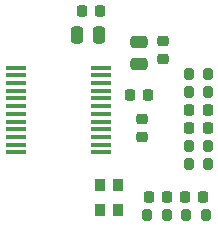
<source format=gbr>
%TF.GenerationSoftware,KiCad,Pcbnew,7.0.7*%
%TF.CreationDate,2025-03-08T19:07:00+10:30*%
%TF.ProjectId,V9381_Breakout,56393338-315f-4427-9265-616b6f75742e,rev?*%
%TF.SameCoordinates,Original*%
%TF.FileFunction,Paste,Top*%
%TF.FilePolarity,Positive*%
%FSLAX46Y46*%
G04 Gerber Fmt 4.6, Leading zero omitted, Abs format (unit mm)*
G04 Created by KiCad (PCBNEW 7.0.7) date 2025-03-08 19:07:00*
%MOMM*%
%LPD*%
G01*
G04 APERTURE LIST*
G04 Aperture macros list*
%AMRoundRect*
0 Rectangle with rounded corners*
0 $1 Rounding radius*
0 $2 $3 $4 $5 $6 $7 $8 $9 X,Y pos of 4 corners*
0 Add a 4 corners polygon primitive as box body*
4,1,4,$2,$3,$4,$5,$6,$7,$8,$9,$2,$3,0*
0 Add four circle primitives for the rounded corners*
1,1,$1+$1,$2,$3*
1,1,$1+$1,$4,$5*
1,1,$1+$1,$6,$7*
1,1,$1+$1,$8,$9*
0 Add four rect primitives between the rounded corners*
20,1,$1+$1,$2,$3,$4,$5,0*
20,1,$1+$1,$4,$5,$6,$7,0*
20,1,$1+$1,$6,$7,$8,$9,0*
20,1,$1+$1,$8,$9,$2,$3,0*%
G04 Aperture macros list end*
%ADD10R,0.900000X1.000000*%
%ADD11RoundRect,0.225000X-0.225000X-0.250000X0.225000X-0.250000X0.225000X0.250000X-0.225000X0.250000X0*%
%ADD12RoundRect,0.200000X0.200000X0.275000X-0.200000X0.275000X-0.200000X-0.275000X0.200000X-0.275000X0*%
%ADD13RoundRect,0.225000X0.250000X-0.225000X0.250000X0.225000X-0.250000X0.225000X-0.250000X-0.225000X0*%
%ADD14RoundRect,0.250000X0.475000X-0.250000X0.475000X0.250000X-0.475000X0.250000X-0.475000X-0.250000X0*%
%ADD15RoundRect,0.225000X0.225000X0.250000X-0.225000X0.250000X-0.225000X-0.250000X0.225000X-0.250000X0*%
%ADD16RoundRect,0.250000X-0.250000X-0.475000X0.250000X-0.475000X0.250000X0.475000X-0.250000X0.475000X0*%
%ADD17RoundRect,0.200000X-0.200000X-0.275000X0.200000X-0.275000X0.200000X0.275000X-0.200000X0.275000X0*%
%ADD18R,1.750000X0.450000*%
G04 APERTURE END LIST*
D10*
%TO.C,X1*%
X147600000Y-100702000D03*
X147600000Y-98552000D03*
X146050000Y-98552000D03*
X146050000Y-100702000D03*
%TD*%
D11*
%TO.C,C1*%
X153607000Y-93726000D03*
X155157000Y-93726000D03*
%TD*%
D12*
%TO.C,R1*%
X155194000Y-96774000D03*
X153544000Y-96774000D03*
%TD*%
%TO.C,R3*%
X155194000Y-95250000D03*
X153544000Y-95250000D03*
%TD*%
D13*
%TO.C,C3*%
X149606000Y-94501000D03*
X149606000Y-92951000D03*
%TD*%
D14*
%TO.C,C10*%
X149352000Y-88326000D03*
X149352000Y-86426000D03*
%TD*%
D12*
%TO.C,R6*%
X155003000Y-101092000D03*
X153353000Y-101092000D03*
%TD*%
D11*
%TO.C,C7*%
X144513000Y-83820000D03*
X146063000Y-83820000D03*
%TD*%
D15*
%TO.C,C4*%
X151739000Y-99568000D03*
X150189000Y-99568000D03*
%TD*%
D12*
%TO.C,R4*%
X155194000Y-90678000D03*
X153544000Y-90678000D03*
%TD*%
D11*
%TO.C,C8*%
X148577000Y-90932000D03*
X150127000Y-90932000D03*
%TD*%
D13*
%TO.C,C9*%
X151384000Y-87897000D03*
X151384000Y-86347000D03*
%TD*%
D16*
%TO.C,C6*%
X144084000Y-85852000D03*
X145984000Y-85852000D03*
%TD*%
D15*
%TO.C,C2*%
X155157000Y-92202000D03*
X153607000Y-92202000D03*
%TD*%
D17*
%TO.C,R5*%
X150051000Y-101092000D03*
X151701000Y-101092000D03*
%TD*%
%TO.C,R2*%
X153544000Y-89154000D03*
X155194000Y-89154000D03*
%TD*%
D15*
%TO.C,C5*%
X154787000Y-99568000D03*
X153237000Y-99568000D03*
%TD*%
D18*
%TO.C,U1*%
X146094000Y-95777000D03*
X146094000Y-95127000D03*
X146094000Y-94477000D03*
X146094000Y-93827000D03*
X146094000Y-93177000D03*
X146094000Y-92527000D03*
X146094000Y-91877000D03*
X146094000Y-91227000D03*
X146094000Y-90577000D03*
X146094000Y-89927000D03*
X146094000Y-89277000D03*
X146094000Y-88627000D03*
X138894000Y-88627000D03*
X138894000Y-89277000D03*
X138894000Y-89927000D03*
X138894000Y-90577000D03*
X138894000Y-91227000D03*
X138894000Y-91877000D03*
X138894000Y-92527000D03*
X138894000Y-93177000D03*
X138894000Y-93827000D03*
X138894000Y-94477000D03*
X138894000Y-95127000D03*
X138894000Y-95777000D03*
%TD*%
M02*

</source>
